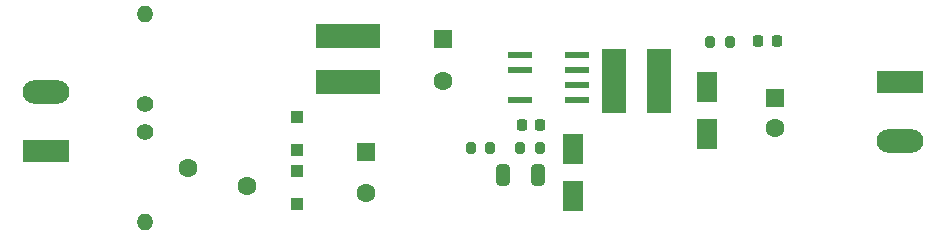
<source format=gbr>
G04 #@! TF.GenerationSoftware,KiCad,Pcbnew,6.0.0-rc1-unknown-c40e921cb3~144~ubuntu20.04.1*
G04 #@! TF.CreationDate,2021-11-22T05:53:21+02:00*
G04 #@! TF.ProjectId,PSU-NONISOLATED,5053552d-4e4f-44e4-9953-4f4c41544544,rev?*
G04 #@! TF.SameCoordinates,Original*
G04 #@! TF.FileFunction,Soldermask,Top*
G04 #@! TF.FilePolarity,Negative*
%FSLAX46Y46*%
G04 Gerber Fmt 4.6, Leading zero omitted, Abs format (unit mm)*
G04 Created by KiCad (PCBNEW 6.0.0-rc1-unknown-c40e921cb3~144~ubuntu20.04.1) date 2021-11-22 05:53:21*
%MOMM*%
%LPD*%
G01*
G04 APERTURE LIST*
G04 Aperture macros list*
%AMRoundRect*
0 Rectangle with rounded corners*
0 $1 Rounding radius*
0 $2 $3 $4 $5 $6 $7 $8 $9 X,Y pos of 4 corners*
0 Add a 4 corners polygon primitive as box body*
4,1,4,$2,$3,$4,$5,$6,$7,$8,$9,$2,$3,0*
0 Add four circle primitives for the rounded corners*
1,1,$1+$1,$2,$3*
1,1,$1+$1,$4,$5*
1,1,$1+$1,$6,$7*
1,1,$1+$1,$8,$9*
0 Add four rect primitives between the rounded corners*
20,1,$1+$1,$2,$3,$4,$5,0*
20,1,$1+$1,$4,$5,$6,$7,0*
20,1,$1+$1,$6,$7,$8,$9,0*
20,1,$1+$1,$8,$9,$2,$3,0*%
G04 Aperture macros list end*
%ADD10R,1.800000X2.500000*%
%ADD11R,2.150000X5.500000*%
%ADD12C,1.400000*%
%ADD13O,1.400000X1.400000*%
%ADD14R,1.600000X1.600000*%
%ADD15C,1.600000*%
%ADD16R,3.960000X1.980000*%
%ADD17O,3.960000X1.980000*%
%ADD18RoundRect,0.250000X0.325000X0.650000X-0.325000X0.650000X-0.325000X-0.650000X0.325000X-0.650000X0*%
%ADD19R,1.100000X1.100000*%
%ADD20RoundRect,0.218750X0.218750X0.256250X-0.218750X0.256250X-0.218750X-0.256250X0.218750X-0.256250X0*%
%ADD21RoundRect,0.200000X0.200000X0.275000X-0.200000X0.275000X-0.200000X-0.275000X0.200000X-0.275000X0*%
%ADD22RoundRect,0.225000X-0.225000X-0.250000X0.225000X-0.250000X0.225000X0.250000X-0.225000X0.250000X0*%
%ADD23R,5.500000X2.150000*%
%ADD24RoundRect,0.200000X-0.200000X-0.275000X0.200000X-0.275000X0.200000X0.275000X-0.200000X0.275000X0*%
%ADD25R,2.000000X0.600000*%
G04 APERTURE END LIST*
D10*
X112500000Y-57600000D03*
X112500000Y-61600000D03*
D11*
X115975000Y-51900000D03*
X119825000Y-51900000D03*
D10*
X123900000Y-56382379D03*
X123900000Y-52382379D03*
D12*
X76300000Y-53810000D03*
D13*
X76300000Y-46190000D03*
D14*
X95000000Y-57847349D03*
D15*
X95000000Y-61347349D03*
D16*
X140200000Y-51935000D03*
D17*
X140200000Y-56935000D03*
D18*
X109575000Y-59800000D03*
X106625000Y-59800000D03*
D19*
X89200000Y-54900000D03*
X89200000Y-57700000D03*
X89200000Y-62300000D03*
X89200000Y-59500000D03*
D15*
X79900000Y-59250000D03*
X84900000Y-60750000D03*
D20*
X129787500Y-48500000D03*
X128212500Y-48500000D03*
D21*
X105525000Y-57500000D03*
X103875000Y-57500000D03*
X125815000Y-48540000D03*
X124165000Y-48540000D03*
D22*
X108225000Y-55600000D03*
X109775000Y-55600000D03*
D12*
X76300000Y-56190000D03*
D13*
X76300000Y-63810000D03*
D16*
X67900000Y-57765000D03*
D17*
X67900000Y-52765000D03*
D14*
X101500000Y-48347349D03*
D15*
X101500000Y-51847349D03*
D23*
X93500000Y-51925000D03*
X93500000Y-48075000D03*
D24*
X108075000Y-57500000D03*
X109725000Y-57500000D03*
D25*
X108004698Y-49695000D03*
X108004698Y-50965000D03*
X108004698Y-53505000D03*
X112904698Y-53505000D03*
X112904698Y-52235000D03*
X112904698Y-50965000D03*
X112904698Y-49695000D03*
D14*
X129600000Y-53317621D03*
D15*
X129600000Y-55817621D03*
M02*

</source>
